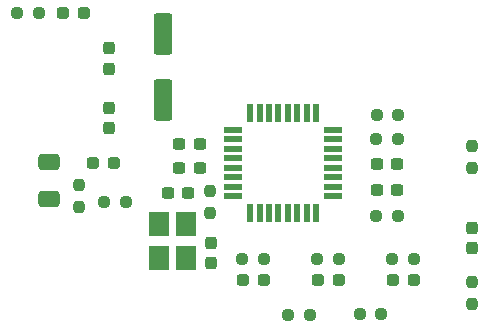
<source format=gtp>
%TF.GenerationSoftware,KiCad,Pcbnew,(6.0.0)*%
%TF.CreationDate,2022-05-28T20:15:04-06:00*%
%TF.ProjectId,PantryLights,50616e74-7279-44c6-9967-6874732e6b69,rev?*%
%TF.SameCoordinates,Original*%
%TF.FileFunction,Paste,Top*%
%TF.FilePolarity,Positive*%
%FSLAX46Y46*%
G04 Gerber Fmt 4.6, Leading zero omitted, Abs format (unit mm)*
G04 Created by KiCad (PCBNEW (6.0.0)) date 2022-05-28 20:15:04*
%MOMM*%
%LPD*%
G01*
G04 APERTURE LIST*
G04 Aperture macros list*
%AMRoundRect*
0 Rectangle with rounded corners*
0 $1 Rounding radius*
0 $2 $3 $4 $5 $6 $7 $8 $9 X,Y pos of 4 corners*
0 Add a 4 corners polygon primitive as box body*
4,1,4,$2,$3,$4,$5,$6,$7,$8,$9,$2,$3,0*
0 Add four circle primitives for the rounded corners*
1,1,$1+$1,$2,$3*
1,1,$1+$1,$4,$5*
1,1,$1+$1,$6,$7*
1,1,$1+$1,$8,$9*
0 Add four rect primitives between the rounded corners*
20,1,$1+$1,$2,$3,$4,$5,0*
20,1,$1+$1,$4,$5,$6,$7,0*
20,1,$1+$1,$6,$7,$8,$9,0*
20,1,$1+$1,$8,$9,$2,$3,0*%
G04 Aperture macros list end*
%ADD10RoundRect,0.237500X-0.287500X-0.237500X0.287500X-0.237500X0.287500X0.237500X-0.287500X0.237500X0*%
%ADD11RoundRect,0.237500X-0.237500X0.250000X-0.237500X-0.250000X0.237500X-0.250000X0.237500X0.250000X0*%
%ADD12RoundRect,0.250000X-0.650000X0.412500X-0.650000X-0.412500X0.650000X-0.412500X0.650000X0.412500X0*%
%ADD13RoundRect,0.237500X0.250000X0.237500X-0.250000X0.237500X-0.250000X-0.237500X0.250000X-0.237500X0*%
%ADD14RoundRect,0.237500X-0.300000X-0.237500X0.300000X-0.237500X0.300000X0.237500X-0.300000X0.237500X0*%
%ADD15RoundRect,0.237500X0.300000X0.237500X-0.300000X0.237500X-0.300000X-0.237500X0.300000X-0.237500X0*%
%ADD16RoundRect,0.237500X-0.250000X-0.237500X0.250000X-0.237500X0.250000X0.237500X-0.250000X0.237500X0*%
%ADD17R,1.800000X2.100000*%
%ADD18RoundRect,0.237500X-0.237500X0.300000X-0.237500X-0.300000X0.237500X-0.300000X0.237500X0.300000X0*%
%ADD19RoundRect,0.237500X0.237500X-0.300000X0.237500X0.300000X-0.237500X0.300000X-0.237500X-0.300000X0*%
%ADD20RoundRect,0.250000X-0.550000X1.500000X-0.550000X-1.500000X0.550000X-1.500000X0.550000X1.500000X0*%
%ADD21RoundRect,0.237500X0.237500X-0.250000X0.237500X0.250000X-0.237500X0.250000X-0.237500X-0.250000X0*%
%ADD22R,1.600000X0.550000*%
%ADD23R,0.550000X1.600000*%
G04 APERTURE END LIST*
D10*
%TO.C,D4*%
X145011000Y-105190000D03*
X146761000Y-105190000D03*
%TD*%
D11*
%TO.C,R7*%
X131154000Y-97165500D03*
X131154000Y-98990500D03*
%TD*%
%TO.C,R1*%
X164403112Y-93863500D03*
X164403112Y-95688500D03*
%TD*%
D12*
%TO.C,C11*%
X128614000Y-95245500D03*
X128614000Y-98370500D03*
%TD*%
D13*
%TO.C,R3*%
X127748500Y-82584000D03*
X125923500Y-82584000D03*
%TD*%
D14*
%TO.C,C4*%
X138673500Y-97824000D03*
X140398500Y-97824000D03*
%TD*%
D15*
%TO.C,C8*%
X158076304Y-95381210D03*
X156351304Y-95381210D03*
%TD*%
D10*
%TO.C,D2*%
X157711000Y-105190000D03*
X159461000Y-105190000D03*
%TD*%
D16*
%TO.C,R6*%
X148845448Y-108125924D03*
X150670448Y-108125924D03*
%TD*%
%TO.C,R5*%
X154915982Y-108119946D03*
X156740982Y-108119946D03*
%TD*%
D15*
%TO.C,C6*%
X141359163Y-93676542D03*
X139634163Y-93676542D03*
%TD*%
D13*
%TO.C,R11*%
X135114500Y-98586000D03*
X133289500Y-98586000D03*
%TD*%
D17*
%TO.C,Y1*%
X137934826Y-100425520D03*
X137934826Y-103325520D03*
X140234826Y-103325520D03*
X140234826Y-100425520D03*
%TD*%
D16*
%TO.C,R8*%
X144973500Y-103412000D03*
X146798500Y-103412000D03*
%TD*%
D10*
%TO.C,D3*%
X151361000Y-105190000D03*
X153111000Y-105190000D03*
%TD*%
D16*
%TO.C,R10*%
X157673500Y-103412000D03*
X159498500Y-103412000D03*
%TD*%
%TO.C,R13*%
X156320343Y-93273711D03*
X158145343Y-93273711D03*
%TD*%
D18*
%TO.C,C2*%
X133691397Y-85574524D03*
X133691397Y-87299524D03*
%TD*%
D19*
%TO.C,C3*%
X133676310Y-92336500D03*
X133676310Y-90611500D03*
%TD*%
%TO.C,C5*%
X142352528Y-103752755D03*
X142352528Y-102027755D03*
%TD*%
D20*
%TO.C,C1*%
X138266000Y-84356000D03*
X138266000Y-89956000D03*
%TD*%
D10*
%TO.C,D1*%
X129771000Y-82584000D03*
X131521000Y-82584000D03*
%TD*%
D15*
%TO.C,C9*%
X158078000Y-97570000D03*
X156353000Y-97570000D03*
%TD*%
D16*
%TO.C,R9*%
X151323500Y-103412000D03*
X153148500Y-103412000D03*
%TD*%
%TO.C,R4*%
X156324761Y-99805533D03*
X158149761Y-99805533D03*
%TD*%
D15*
%TO.C,C7*%
X141349789Y-95724570D03*
X139624789Y-95724570D03*
%TD*%
D11*
%TO.C,R2*%
X164418423Y-105391708D03*
X164418423Y-107216708D03*
%TD*%
D10*
%TO.C,D5*%
X132311000Y-95284000D03*
X134061000Y-95284000D03*
%TD*%
D21*
%TO.C,R14*%
X142266839Y-99499677D03*
X142266839Y-97674677D03*
%TD*%
D16*
%TO.C,R12*%
X156327898Y-91227410D03*
X158152898Y-91227410D03*
%TD*%
D22*
%TO.C,U1*%
X144176000Y-92484000D03*
X144176000Y-93284000D03*
X144176000Y-94084000D03*
X144176000Y-94884000D03*
X144176000Y-95684000D03*
X144176000Y-96484000D03*
X144176000Y-97284000D03*
X144176000Y-98084000D03*
D23*
X145626000Y-99534000D03*
X146426000Y-99534000D03*
X147226000Y-99534000D03*
X148026000Y-99534000D03*
X148826000Y-99534000D03*
X149626000Y-99534000D03*
X150426000Y-99534000D03*
X151226000Y-99534000D03*
D22*
X152676000Y-98084000D03*
X152676000Y-97284000D03*
X152676000Y-96484000D03*
X152676000Y-95684000D03*
X152676000Y-94884000D03*
X152676000Y-94084000D03*
X152676000Y-93284000D03*
X152676000Y-92484000D03*
D23*
X151226000Y-91034000D03*
X150426000Y-91034000D03*
X149626000Y-91034000D03*
X148826000Y-91034000D03*
X148026000Y-91034000D03*
X147226000Y-91034000D03*
X146426000Y-91034000D03*
X145626000Y-91034000D03*
%TD*%
D19*
%TO.C,C10*%
X164444473Y-102507175D03*
X164444473Y-100782175D03*
%TD*%
M02*

</source>
